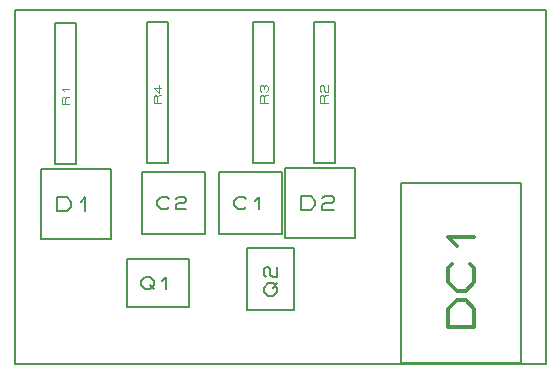
<source format=gbr>
G04 PROTEUS GERBER X2 FILE*
%TF.GenerationSoftware,Labcenter,Proteus,8.8-SP1-Build27031*%
%TF.CreationDate,2019-02-23T23:09:11+00:00*%
%TF.FileFunction,AssemblyDrawing,Top*%
%TF.FilePolarity,Positive*%
%TF.Part,Single*%
%TF.SameCoordinates,{4f05214c-f268-41af-9fbd-0331bb8a8b34}*%
%FSLAX45Y45*%
%MOMM*%
G01*
%TA.AperFunction,Profile*%
%ADD17C,0.203200*%
%TA.AperFunction,Material*%
%ADD70C,0.203200*%
%ADD26C,0.176100*%
%ADD27C,0.106680*%
%ADD28C,0.197270*%
%ADD29C,0.380080*%
%TD.AperFunction*%
D17*
X-1220000Y-740000D02*
X+3280000Y-740000D01*
X+3280000Y+2260000D01*
X-1220000Y+2260000D01*
X-1220000Y-740000D01*
D70*
X-270660Y-257160D02*
X+257660Y-257160D01*
X+257660Y+144160D01*
X-270660Y+144160D01*
X-270660Y-257160D01*
D26*
X-147384Y-38890D02*
X-112163Y-3669D01*
X-76942Y-3669D01*
X-41721Y-38890D01*
X-41721Y-74111D01*
X-76942Y-109332D01*
X-112163Y-109332D01*
X-147384Y-74111D01*
X-147384Y-38890D01*
X-76942Y-74111D02*
X-41721Y-109332D01*
X+28721Y-38890D02*
X+63942Y-3669D01*
X+63942Y-109332D01*
D70*
X+745840Y-287660D02*
X+1147160Y-287660D01*
X+1147160Y+240660D01*
X+745840Y+240660D01*
X+745840Y-287660D01*
D26*
X+928890Y-164384D02*
X+893669Y-129163D01*
X+893669Y-93942D01*
X+928890Y-58721D01*
X+964111Y-58721D01*
X+999332Y-93942D01*
X+999332Y-129163D01*
X+964111Y-164384D01*
X+928890Y-164384D01*
X+964111Y-93942D02*
X+999332Y-58721D01*
X+911279Y-5890D02*
X+893669Y+11721D01*
X+893669Y+64552D01*
X+911279Y+82163D01*
X+928890Y+82163D01*
X+946500Y+64552D01*
X+946500Y+11721D01*
X+964111Y-5890D01*
X+999332Y-5890D01*
X+999332Y+82163D01*
D70*
X-878900Y+948100D02*
X-701100Y+948100D01*
X-701100Y+2141900D01*
X-878900Y+2141900D01*
X-878900Y+948100D01*
D27*
X-757996Y+1459656D02*
X-822004Y+1459656D01*
X-822004Y+1512996D01*
X-811336Y+1523664D01*
X-800668Y+1523664D01*
X-790000Y+1512996D01*
X-790000Y+1459656D01*
X-790000Y+1512996D02*
X-779332Y+1523664D01*
X-757996Y+1523664D01*
X-800668Y+1566336D02*
X-822004Y+1587672D01*
X-757996Y+1587672D01*
D70*
X+1311100Y+958100D02*
X+1488900Y+958100D01*
X+1488900Y+2151900D01*
X+1311100Y+2151900D01*
X+1311100Y+958100D01*
D27*
X+1432004Y+1469656D02*
X+1367996Y+1469656D01*
X+1367996Y+1522996D01*
X+1378664Y+1533664D01*
X+1389332Y+1533664D01*
X+1400000Y+1522996D01*
X+1400000Y+1469656D01*
X+1400000Y+1522996D02*
X+1410668Y+1533664D01*
X+1432004Y+1533664D01*
X+1378664Y+1565668D02*
X+1367996Y+1576336D01*
X+1367996Y+1608340D01*
X+1378664Y+1619008D01*
X+1389332Y+1619008D01*
X+1400000Y+1608340D01*
X+1400000Y+1576336D01*
X+1410668Y+1565668D01*
X+1432004Y+1565668D01*
X+1432004Y+1619008D01*
D70*
X+801100Y+958100D02*
X+978900Y+958100D01*
X+978900Y+2151900D01*
X+801100Y+2151900D01*
X+801100Y+958100D01*
D27*
X+922004Y+1469656D02*
X+857996Y+1469656D01*
X+857996Y+1522996D01*
X+868664Y+1533664D01*
X+879332Y+1533664D01*
X+890000Y+1522996D01*
X+890000Y+1469656D01*
X+890000Y+1522996D02*
X+900668Y+1533664D01*
X+922004Y+1533664D01*
X+868664Y+1565668D02*
X+857996Y+1576336D01*
X+857996Y+1608340D01*
X+868664Y+1619008D01*
X+879332Y+1619008D01*
X+890000Y+1608340D01*
X+900668Y+1619008D01*
X+911336Y+1619008D01*
X+922004Y+1608340D01*
X+922004Y+1576336D01*
X+911336Y+1565668D01*
X+890000Y+1587004D02*
X+890000Y+1608340D01*
D70*
X-98900Y+958100D02*
X+78900Y+958100D01*
X+78900Y+2151900D01*
X-98900Y+2151900D01*
X-98900Y+958100D01*
D27*
X+22004Y+1469656D02*
X-42004Y+1469656D01*
X-42004Y+1522996D01*
X-31336Y+1533664D01*
X-20668Y+1533664D01*
X-10000Y+1522996D01*
X-10000Y+1469656D01*
X-10000Y+1522996D02*
X+668Y+1533664D01*
X+22004Y+1533664D01*
X+668Y+1619008D02*
X+668Y+1555000D01*
X-42004Y+1597672D01*
X+22004Y+1597672D01*
D70*
X-994660Y+315840D02*
X-402840Y+315840D01*
X-402840Y+907660D01*
X-994660Y+907660D01*
X-994660Y+315840D01*
D28*
X-856568Y+552568D02*
X-856568Y+670932D01*
X-777659Y+670932D01*
X-738205Y+631477D01*
X-738205Y+592023D01*
X-777659Y+552568D01*
X-856568Y+552568D01*
X-659296Y+631477D02*
X-619841Y+670932D01*
X-619841Y+552568D01*
D70*
X+1069340Y+325840D02*
X+1661160Y+325840D01*
X+1661160Y+917660D01*
X+1069340Y+917660D01*
X+1069340Y+325840D01*
D28*
X+1207432Y+562568D02*
X+1207432Y+680932D01*
X+1286341Y+680932D01*
X+1325795Y+641477D01*
X+1325795Y+602023D01*
X+1286341Y+562568D01*
X+1207432Y+562568D01*
X+1384977Y+661205D02*
X+1404704Y+680932D01*
X+1463886Y+680932D01*
X+1483613Y+661205D01*
X+1483613Y+641477D01*
X+1463886Y+621750D01*
X+1404704Y+621750D01*
X+1384977Y+602023D01*
X+1384977Y+562568D01*
X+1483613Y+562568D01*
D70*
X+512840Y+357590D02*
X+1041160Y+357590D01*
X+1041160Y+885910D01*
X+512840Y+885910D01*
X+512840Y+357590D01*
D26*
X+741779Y+586528D02*
X+724168Y+568918D01*
X+671337Y+568918D01*
X+636116Y+604139D01*
X+636116Y+639360D01*
X+671337Y+674581D01*
X+724168Y+674581D01*
X+741779Y+656971D01*
X+812221Y+639360D02*
X+847442Y+674581D01*
X+847442Y+568918D01*
D70*
X-137160Y+357590D02*
X+391160Y+357590D01*
X+391160Y+885910D01*
X-137160Y+885910D01*
X-137160Y+357590D01*
D26*
X+91779Y+586528D02*
X+74168Y+568918D01*
X+21337Y+568918D01*
X-13884Y+604139D01*
X-13884Y+639360D01*
X+21337Y+674581D01*
X+74168Y+674581D01*
X+91779Y+656971D01*
X+144610Y+656971D02*
X+162221Y+674581D01*
X+215052Y+674581D01*
X+232663Y+656971D01*
X+232663Y+639360D01*
X+215052Y+621750D01*
X+162221Y+621750D01*
X+144610Y+604139D01*
X+144610Y+568918D01*
X+232663Y+568918D01*
D70*
X+2049840Y-730160D02*
X+3070160Y-730160D01*
X+3070160Y+790160D01*
X+2049840Y+790160D01*
X+2049840Y-730160D01*
D29*
X+2674024Y-426096D02*
X+2445976Y-426096D01*
X+2445976Y-274064D01*
X+2521992Y-198048D01*
X+2598008Y-198048D01*
X+2674024Y-274064D01*
X+2674024Y-426096D01*
X+2636016Y+106016D02*
X+2674024Y+68008D01*
X+2674024Y-46016D01*
X+2598008Y-122032D01*
X+2521992Y-122032D01*
X+2445976Y-46016D01*
X+2445976Y+68008D01*
X+2483984Y+106016D01*
X+2521992Y+258048D02*
X+2445976Y+334064D01*
X+2674024Y+334064D01*
M02*

</source>
